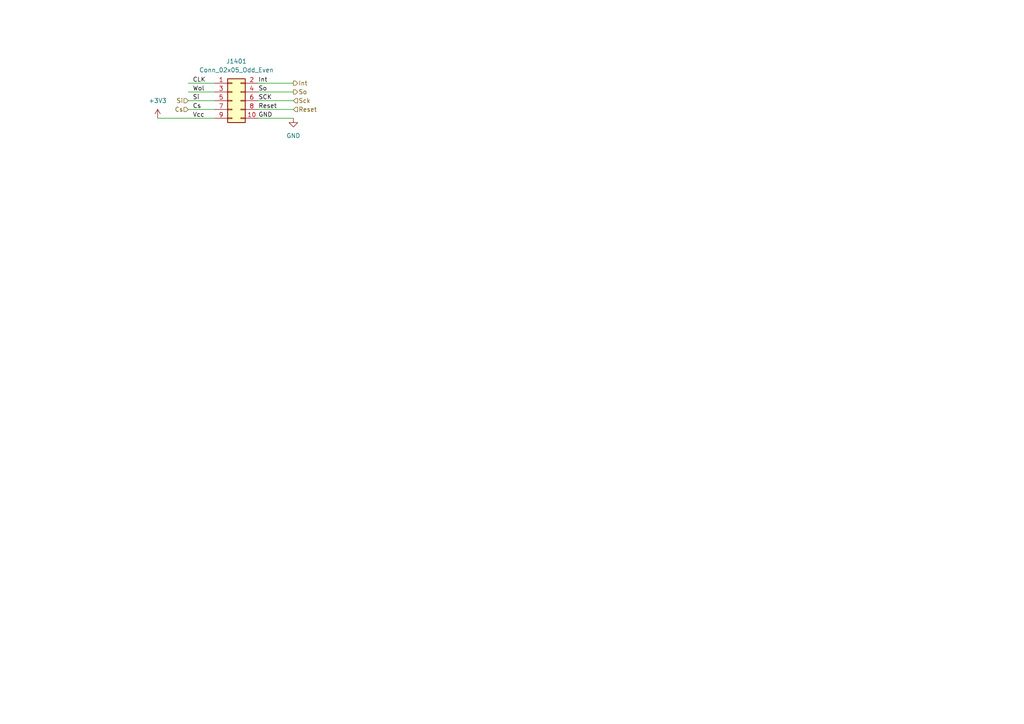
<source format=kicad_sch>
(kicad_sch (version 20211123) (generator eeschema)
  (paper "A4")
  (lib_symbols
    (symbol "Connector_Generic:Conn_02x05_Odd_Even" (pin_names (offset 1.016) hide)
      (property "Reference" "J" (at 1.27 7.62 0))
      (property "Value" "Conn_02x05_Odd_Even" (at 1.27 -7.62 0))
      (symbol "Conn_02x05_Odd_Even_1_1"
        (rectangle (start -1.27 -4.953) (end 0 -5.207) (stroke (width 0.1524)))
        (rectangle (start -1.27 -2.413) (end 0 -2.667) (stroke (width 0.1524)))
        (rectangle (start -1.27 0.127) (end 0 -0.127) (stroke (width 0.1524)))
        (rectangle (start -1.27 2.667) (end 0 2.413) (stroke (width 0.1524)))
        (rectangle (start -1.27 5.207) (end 0 4.953) (stroke (width 0.1524)))
        (rectangle (start -1.27 6.35) (end 3.81 -6.35) (stroke (width 0.254)) (fill (type background)))
        (rectangle (start 3.81 -4.953) (end 2.54 -5.207) (stroke (width 0.1524)))
        (rectangle (start 3.81 -2.413) (end 2.54 -2.667) (stroke (width 0.1524)))
        (rectangle (start 3.81 0.127) (end 2.54 -0.127) (stroke (width 0.1524)))
        (rectangle (start 3.81 2.667) (end 2.54 2.413) (stroke (width 0.1524)))
        (rectangle (start 3.81 5.207) (end 2.54 4.953) (stroke (width 0.1524)))
        (pin passive line (at -5.08 5.08 0) (length 3.81) (name "Pin_1") (number "1"))
        (pin passive line (at 7.62 -5.08 180) (length 3.81) (name "Pin_10") (number "10"))
        (pin passive line (at 7.62 5.08 180) (length 3.81) (name "Pin_2") (number "2"))
        (pin passive line (at -5.08 2.54 0) (length 3.81) (name "Pin_3") (number "3"))
        (pin passive line (at 7.62 2.54 180) (length 3.81) (name "Pin_4") (number "4"))
        (pin passive line (at -5.08 0 0) (length 3.81) (name "Pin_5") (number "5"))
        (pin passive line (at 7.62 0 180) (length 3.81) (name "Pin_6") (number "6"))
        (pin passive line (at -5.08 -2.54 0) (length 3.81) (name "Pin_7") (number "7"))
        (pin passive line (at 7.62 -2.54 180) (length 3.81) (name "Pin_8") (number "8"))
        (pin passive line (at -5.08 -5.08 0) (length 3.81) (name "Pin_9") (number "9"))
      )
    )
    (symbol "power:+3.3V" (power) (pin_names (offset 0))
      (property "Value" "+3.3V" (at 0 3.556 0))
      (symbol "+3.3V_0_1"
        (polyline (pts (xy -0.762 1.27) (xy 0 2.54)))
        (polyline (pts (xy 0 0) (xy 0 2.54)))
        (polyline (pts (xy 0 2.54) (xy 0.762 1.27)))
      )
      (symbol "+3.3V_1_1"
        (pin power_in line (at 0 0 90) (length 0) hide (name "+3V3") (number "1"))
      )
    )
    (symbol "power:GND" (power) (pin_names (offset 0))
      (property "Value" "GND" (at 0 -3.81 0))
      (symbol "GND_0_1"
        (polyline (pts (xy 0 0) (xy 0 -1.27) (xy 1.27 -1.27) (xy 0 -2.54) (xy -1.27 -1.27) (xy 0 -1.27)))
      )
      (symbol "GND_1_1"
        (pin power_in line (at 0 0 270) (length 0) hide (name "GND") (number "1"))
      )
    )
  )
  (wire (pts (xy 74.93 34.29) (xy 85.09 34.29)))
  (wire (pts (xy 74.93 26.67) (xy 85.09 26.67)))
  (wire (pts (xy 74.93 29.21) (xy 85.09 29.21)))
  (wire (pts (xy 54.61 24.13) (xy 62.23 24.13)))
  (wire (pts (xy 74.93 24.13) (xy 85.09 24.13)))
  (wire (pts (xy 74.93 31.75) (xy 85.09 31.75)))
  (wire (pts (xy 54.61 29.21) (xy 62.23 29.21)))
  (wire (pts (xy 54.61 26.67) (xy 62.23 26.67)))
  (wire (pts (xy 54.61 31.75) (xy 62.23 31.75)))
  (wire (pts (xy 45.72 34.29) (xy 62.23 34.29)))
  (label "Si" (at 55.88 29.21 0))
  (label "So" (at 74.93 26.67 0))
  (label "Cs" (at 55.88 31.75 0))
  (label "Reset" (at 74.93 31.75 0))
  (label "CLK" (at 55.88 24.13 0))
  (label "Vcc" (at 55.88 34.29 0))
  (label "SCK" (at 74.93 29.21 0))
  (label "Wol" (at 55.88 26.67 0))
  (label "GND" (at 74.93 34.29 0))
  (label "Int" (at 74.93 24.13 0))
  (hierarchical_label "So" (shape output) (at 85.09 26.67 0))
  (hierarchical_label "Int" (shape output) (at 85.09 24.13 0))
  (hierarchical_label "Sck" (shape input) (at 85.09 29.21 0))
  (hierarchical_label "Si" (shape input) (at 54.61 29.21 180))
  (hierarchical_label "Cs" (shape input) (at 54.61 31.75 180))
  (hierarchical_label "Reset" (shape input) (at 85.09 31.75 0))
  (symbol (lib_id "power:GND") (at 85.09 34.29 0) (unit 1)
    (property "Reference" "#PWR0101" (effects hide))
    (property "Value" "GND" (at 85.09 39.37 0))
  )
  (symbol (lib_id "power:+3.3V") (at 45.72 34.29 0) (unit 1)
    (property "Reference" "#PWR0102" (effects hide))
    (property "Value" "+3.3V" (at 45.72 29.21 0))
  )
  (symbol (lib_id "Connector_Generic:Conn_02x05_Odd_Even") (at 67.31 29.21 0) (unit 1)
    (property "Reference" "J1401" (at 68.58 17.78 0))
    (property "Value" "Conn_02x05_Odd_Even" (at 68.58 20.32 0))
    (property "Footprint" "Connector_PinSocket_2.54mm:PinSocket_2x05_P2.54mm_Vertical" (effects hide))
  )
)
</source>
